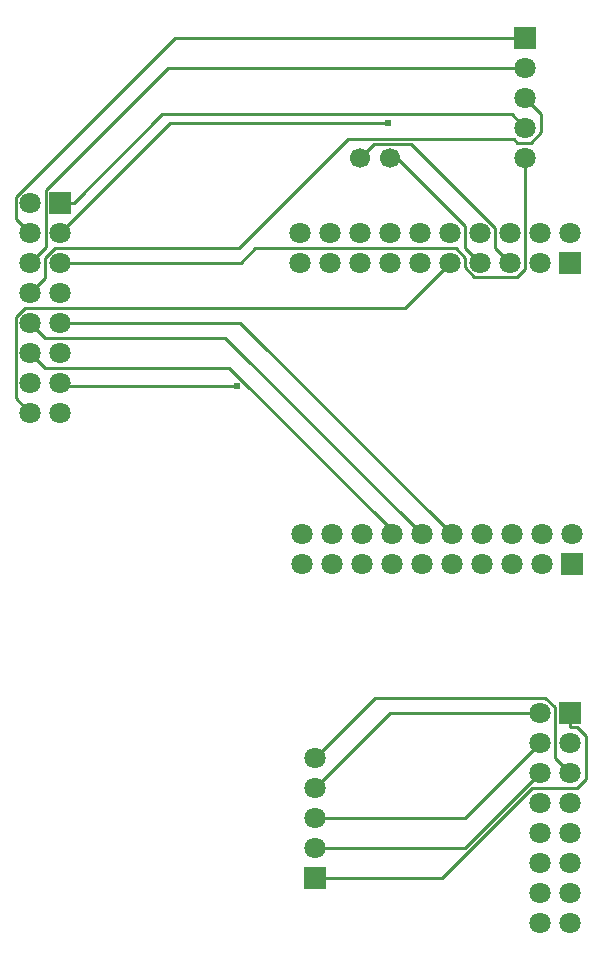
<source format=gbl>
G04 Layer: BottomLayer*
G04 EasyEDA v6.5.44, 2024-07-16 08:44:05*
G04 f322a21155e64bfca94832d5c325404b,a277f855c1dd484d8ea612a13ca666de,10*
G04 Gerber Generator version 0.2*
G04 Scale: 100 percent, Rotated: No, Reflected: No *
G04 Dimensions in millimeters *
G04 leading zeros omitted , absolute positions ,4 integer and 5 decimal *
%FSLAX45Y45*%
%MOMM*%

%AMMACRO1*21,1,$1,$2,0,0,$3*%
%ADD10C,0.2540*%
%ADD11C,1.8000*%
%ADD12MACRO1,1.8X1.8X-90.0000*%
%ADD13MACRO1,1.8X1.8X0.0000*%
%ADD14C,1.7000*%
%ADD15MACRO1,1.8X1.8X90.0000*%
%ADD16C,0.6100*%

%LPD*%
D10*
X1143000Y11049000D02*
G01*
X1022350Y11169650D01*
X1022350Y11860403D01*
X1099946Y11938000D01*
X4318000Y11938000D01*
X4699000Y12319000D01*
X1143000Y12319000D02*
G01*
X1278915Y12454915D01*
X1278915Y12937693D01*
X2311222Y13970000D01*
X5334000Y13970000D01*
X4203700Y10020300D02*
G01*
X4203700Y10054818D01*
X2828518Y11430000D01*
X1270000Y11430000D01*
X1143000Y11557000D01*
X1143000Y11811000D02*
G01*
X1270000Y11684000D01*
X2794000Y11684000D01*
X4457700Y10020300D01*
X4711700Y10020300D02*
G01*
X2921000Y11811000D01*
X1397000Y11811000D01*
X1143000Y12065000D02*
G01*
X1270000Y12192000D01*
X1270000Y12358979D01*
X1357020Y12446000D01*
X2911144Y12446000D01*
X3831386Y13366242D01*
X5237530Y13366242D01*
X5268772Y13335000D01*
X5383682Y13335000D01*
X5469915Y13421232D01*
X5469915Y13580084D01*
X5334000Y13716000D01*
X5334000Y13208000D02*
G01*
X5334000Y12263628D01*
X5269636Y12199264D01*
X4905222Y12199264D01*
X4826000Y12278487D01*
X4826000Y12359284D01*
X4746472Y12438811D01*
X3048025Y12438811D01*
X2928213Y12319000D01*
X1397000Y12319000D01*
X5334000Y14224000D02*
G01*
X2372588Y14224000D01*
X1024229Y12875640D01*
X1024229Y12691770D01*
X1143000Y12573000D01*
X5334000Y13462000D02*
G01*
X5222951Y13573048D01*
X2260955Y13573048D01*
X1514906Y12827000D01*
X1397000Y12827000D02*
G01*
X1514906Y12827000D01*
X3556025Y7112000D02*
G01*
X4629683Y7112000D01*
X5391683Y7874000D01*
X5774766Y7874000D01*
X5850915Y7950149D01*
X5850915Y8314131D01*
X5773953Y8391093D01*
X5715000Y8391093D01*
X5715000Y8509000D02*
G01*
X5715000Y8391093D01*
X5461000Y8001000D02*
G01*
X4826000Y7366000D01*
X3556025Y7366000D01*
X5461000Y8255000D02*
G01*
X4826000Y7620000D01*
X3556025Y7620000D01*
X5461000Y8509000D02*
G01*
X4191025Y8509000D01*
X3556025Y7874000D01*
X3556025Y8128000D02*
G01*
X4064761Y8636736D01*
X5505043Y8636736D01*
X5588000Y8553780D01*
X5588000Y8128000D01*
X5715000Y8001000D01*
X3937000Y13208000D02*
G01*
X4054449Y13325449D01*
X4370552Y13325449D01*
X5080000Y12616002D01*
X5080000Y12446000D01*
X5207000Y12319000D01*
X2897860Y11274425D02*
G01*
X1425575Y11274425D01*
X1397000Y11303000D01*
X4191000Y13208000D02*
G01*
X4250385Y13208000D01*
X4826000Y12632385D01*
X4826000Y12446000D01*
X4953000Y12319000D01*
X4169765Y13502131D02*
G01*
X2326131Y13502131D01*
X1397000Y12573000D01*
D11*
G01*
X1143000Y11049000D03*
G01*
X1397000Y11049000D03*
G01*
X1143000Y11303000D03*
G01*
X1397000Y11303000D03*
G01*
X1143000Y11557000D03*
G01*
X1397000Y11557000D03*
G01*
X1143000Y11811000D03*
G01*
X1397000Y11811000D03*
G01*
X1143000Y12065000D03*
G01*
X1397000Y12065000D03*
G01*
X1143000Y12319000D03*
G01*
X1397000Y12319000D03*
G01*
X1143000Y12573000D03*
G01*
X1397000Y12573000D03*
G01*
X1143000Y12827000D03*
D12*
G01*
X1397000Y12827000D03*
D11*
G01*
X3429000Y12573000D03*
G01*
X3429000Y12319000D03*
G01*
X3683000Y12573000D03*
G01*
X3683000Y12319000D03*
G01*
X3937000Y12573000D03*
G01*
X3937000Y12319000D03*
G01*
X4191000Y12573000D03*
G01*
X4191000Y12319000D03*
G01*
X4445000Y12573000D03*
G01*
X4445000Y12319000D03*
G01*
X4699000Y12573000D03*
G01*
X4699000Y12319000D03*
G01*
X4953000Y12573000D03*
G01*
X4953000Y12319000D03*
G01*
X5207000Y12573000D03*
G01*
X5207000Y12319000D03*
G01*
X5461000Y12573000D03*
G01*
X5461000Y12319000D03*
G01*
X5715000Y12573000D03*
D13*
G01*
X5715000Y12319000D03*
D12*
G01*
X5334000Y14224000D03*
D11*
G01*
X5333987Y13970000D03*
G01*
X5333987Y13716000D03*
G01*
X5333987Y13462000D03*
G01*
X5333987Y13208000D03*
D14*
G01*
X3937000Y13208000D03*
G01*
X4191000Y13208000D03*
D15*
G01*
X3556000Y7112000D03*
D11*
G01*
X3556012Y7366000D03*
G01*
X3556012Y7620000D03*
G01*
X3556012Y7874000D03*
G01*
X3556012Y8128000D03*
G01*
X3441700Y10020300D03*
G01*
X3441700Y9766300D03*
G01*
X3695700Y10020300D03*
G01*
X3695700Y9766300D03*
G01*
X3949700Y10020300D03*
G01*
X3949700Y9766300D03*
G01*
X4203700Y10020300D03*
G01*
X4203700Y9766300D03*
G01*
X4457700Y10020300D03*
G01*
X4457700Y9766300D03*
G01*
X4711700Y10020300D03*
G01*
X4711700Y9766300D03*
G01*
X4965700Y10020300D03*
G01*
X4965700Y9766300D03*
G01*
X5219700Y10020300D03*
G01*
X5219700Y9766300D03*
G01*
X5473700Y10020300D03*
G01*
X5473700Y9766300D03*
G01*
X5727700Y10020300D03*
D13*
G01*
X5727700Y9766300D03*
D11*
G01*
X5461000Y6731000D03*
G01*
X5715000Y6731000D03*
G01*
X5461000Y6985000D03*
G01*
X5715000Y6985000D03*
G01*
X5461000Y7239000D03*
G01*
X5715000Y7239000D03*
G01*
X5461000Y7493000D03*
G01*
X5715000Y7493000D03*
G01*
X5461000Y7747000D03*
G01*
X5715000Y7747000D03*
G01*
X5461000Y8001000D03*
G01*
X5715000Y8001000D03*
G01*
X5461000Y8255000D03*
G01*
X5715000Y8255000D03*
G01*
X5461000Y8509000D03*
D12*
G01*
X5715000Y8509000D03*
D16*
G01*
X4169765Y13502131D03*
G01*
X2897860Y11274425D03*
M02*

</source>
